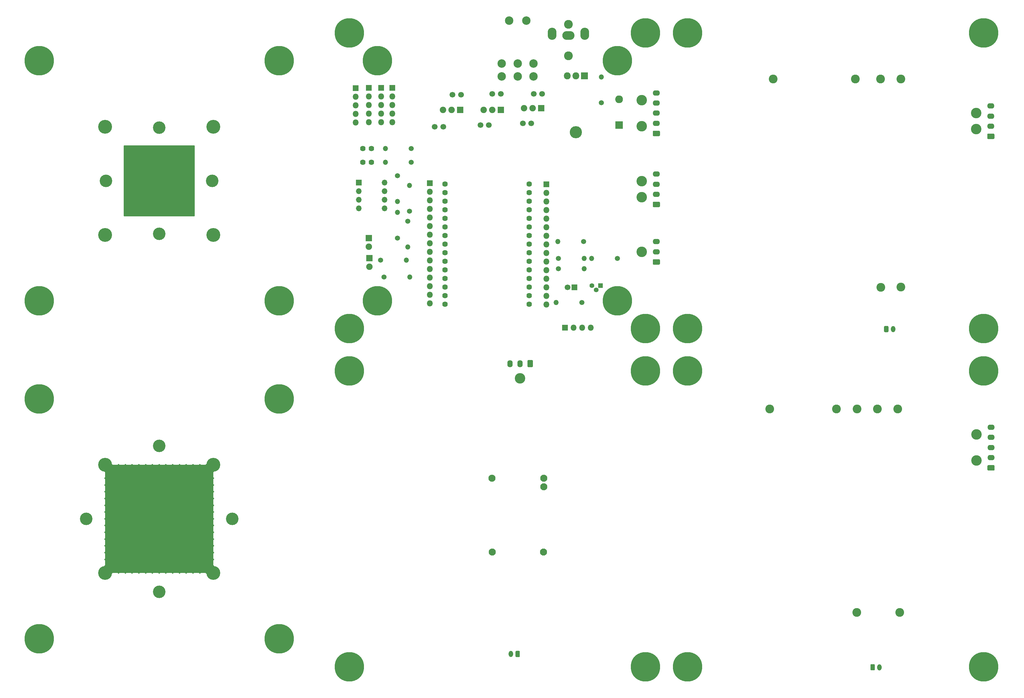
<source format=gbr>
%TF.GenerationSoftware,KiCad,Pcbnew,5.1.6-c6e7f7d~87~ubuntu19.10.1*%
%TF.CreationDate,2020-11-11T17:21:01+01:00*%
%TF.ProjectId,ariadne,61726961-646e-4652-9e6b-696361645f70,rev?*%
%TF.SameCoordinates,Original*%
%TF.FileFunction,Soldermask,Bot*%
%TF.FilePolarity,Negative*%
%FSLAX46Y46*%
G04 Gerber Fmt 4.6, Leading zero omitted, Abs format (unit mm)*
G04 Created by KiCad (PCBNEW 5.1.6-c6e7f7d~87~ubuntu19.10.1) date 2020-11-11 17:21:01*
%MOMM*%
%LPD*%
G01*
G04 APERTURE LIST*
%ADD10O,2.120000X1.600000*%
%ADD11C,3.100000*%
%ADD12C,2.600000*%
%ADD13O,1.300000X1.850000*%
%ADD14C,1.000000*%
%ADD15C,8.700000*%
%ADD16C,4.100000*%
%ADD17C,0.500000*%
%ADD18C,3.700000*%
%ADD19O,1.800000X1.800000*%
%ADD20R,1.800000X1.800000*%
%ADD21C,2.500000*%
%ADD22C,2.100000*%
%ADD23O,1.600000X2.120000*%
%ADD24C,1.624000*%
%ADD25R,1.900000X1.900000*%
%ADD26C,1.900000*%
%ADD27O,1.700000X1.700000*%
%ADD28R,1.700000X1.700000*%
%ADD29O,3.600000X2.600000*%
%ADD30O,2.600000X3.600000*%
%ADD31O,1.500000X1.500000*%
%ADD32C,1.500000*%
%ADD33R,1.400000X1.400000*%
%ADD34C,1.400000*%
%ADD35O,2.005000X2.100000*%
%ADD36R,2.005000X2.100000*%
%ADD37O,3.600000X3.600000*%
%ADD38C,1.700000*%
%ADD39O,2.300000X2.300000*%
%ADD40R,2.300000X2.300000*%
%ADD41C,0.254000*%
G04 APERTURE END LIST*
D10*
%TO.C,U2*%
X322450000Y-152920000D03*
X322450000Y-155920000D03*
X322450000Y-158920000D03*
X322450000Y-161920000D03*
G36*
G01*
X323243333Y-165720000D02*
X321656667Y-165720000D01*
G75*
G02*
X321390000Y-165453333I0J266667D01*
G01*
X321390000Y-164386667D01*
G75*
G02*
X321656667Y-164120000I266667J0D01*
G01*
X323243333Y-164120000D01*
G75*
G02*
X323510000Y-164386667I0J-266667D01*
G01*
X323510000Y-165453333D01*
G75*
G02*
X323243333Y-165720000I-266667J0D01*
G01*
G37*
D11*
X318130000Y-155070000D03*
X318130000Y-162770000D03*
%TD*%
D12*
%TO.C,U8*%
X282740000Y-207720000D03*
X295490000Y-207720000D03*
X257040000Y-147520000D03*
X276790000Y-147520000D03*
X282840000Y-147520000D03*
X288840000Y-147520000D03*
X294840000Y-147520000D03*
%TD*%
D13*
%TO.C,U4*%
X289450000Y-223920000D03*
G36*
G01*
X286800000Y-224574168D02*
X286800000Y-223265832D01*
G75*
G02*
X287070832Y-222995000I270832J0D01*
G01*
X287829168Y-222995000D01*
G75*
G02*
X288100000Y-223265832I0J-270832D01*
G01*
X288100000Y-224574168D01*
G75*
G02*
X287829168Y-224845000I-270832J0D01*
G01*
X287070832Y-224845000D01*
G75*
G02*
X286800000Y-224574168I0J270832D01*
G01*
G37*
%TD*%
D14*
%TO.C,REF\u002A\u002A*%
X322530419Y-133969581D03*
X320250000Y-133025000D03*
X317969581Y-133969581D03*
X317025000Y-136250000D03*
X317969581Y-138530419D03*
X320250000Y-139475000D03*
X322530419Y-138530419D03*
X323475000Y-136250000D03*
D15*
X320250000Y-136250000D03*
%TD*%
%TO.C,REF\u002A\u002A*%
X232750000Y-223750000D03*
D14*
X235975000Y-223750000D03*
X235030419Y-226030419D03*
X232750000Y-226975000D03*
X230469581Y-226030419D03*
X229525000Y-223750000D03*
X230469581Y-221469581D03*
X232750000Y-220525000D03*
X235030419Y-221469581D03*
%TD*%
%TO.C,REF\u002A\u002A*%
X322530419Y-221469581D03*
X320250000Y-220525000D03*
X317969581Y-221469581D03*
X317025000Y-223750000D03*
X317969581Y-226030419D03*
X320250000Y-226975000D03*
X322530419Y-226030419D03*
X323475000Y-223750000D03*
D15*
X320250000Y-223750000D03*
%TD*%
D14*
%TO.C,REF\u002A\u002A*%
X235030419Y-133969581D03*
X232750000Y-133025000D03*
X230469581Y-133969581D03*
X229525000Y-136250000D03*
X230469581Y-138530419D03*
X232750000Y-139475000D03*
X235030419Y-138530419D03*
X235975000Y-136250000D03*
D15*
X232750000Y-136250000D03*
%TD*%
D16*
%TO.C,U19*%
X92500000Y-64000000D03*
X60500000Y-64000000D03*
X60500000Y-96000000D03*
X92500000Y-96000000D03*
%TD*%
D15*
%TO.C,REF\u002A\u002A*%
X41000000Y-144500000D03*
D14*
X44225000Y-144500000D03*
X43280419Y-146780419D03*
X41000000Y-147725000D03*
X38719581Y-146780419D03*
X37775000Y-144500000D03*
X38719581Y-142219581D03*
X41000000Y-141275000D03*
X43280419Y-142219581D03*
%TD*%
D15*
%TO.C,REF\u002A\u002A*%
X41000000Y-215500000D03*
D14*
X44225000Y-215500000D03*
X43280419Y-217780419D03*
X41000000Y-218725000D03*
X38719581Y-217780419D03*
X37775000Y-215500000D03*
X38719581Y-213219581D03*
X41000000Y-212275000D03*
X43280419Y-213219581D03*
%TD*%
D16*
%TO.C,U11*%
X92500000Y-196000000D03*
X60500000Y-196000000D03*
X60500000Y-164000000D03*
X92500000Y-164000000D03*
%TD*%
D14*
%TO.C,REF\u002A\u002A*%
X114280419Y-142219581D03*
X112000000Y-141275000D03*
X109719581Y-142219581D03*
X108775000Y-144500000D03*
X109719581Y-146780419D03*
X112000000Y-147725000D03*
X114280419Y-146780419D03*
X115225000Y-144500000D03*
D15*
X112000000Y-144500000D03*
%TD*%
D17*
%TO.C,U13*%
X60500000Y-164000000D03*
X62500000Y-164000000D03*
X66500000Y-164000000D03*
X64500000Y-164000000D03*
X70500000Y-164000000D03*
X72500000Y-164000000D03*
X74500000Y-164000000D03*
X68500000Y-164000000D03*
X88500000Y-164000000D03*
X78500000Y-164000000D03*
X80500000Y-164000000D03*
X90500000Y-164000000D03*
X86500000Y-164000000D03*
X82500000Y-164000000D03*
X76500000Y-164000000D03*
X84500000Y-164000000D03*
X92500000Y-164000000D03*
X92500000Y-166000000D03*
X74500000Y-166000000D03*
X70500000Y-166000000D03*
X90500000Y-166000000D03*
X88500000Y-166000000D03*
X80500000Y-166000000D03*
X72500000Y-166000000D03*
X86500000Y-166000000D03*
X62500000Y-166000000D03*
X66500000Y-166000000D03*
X64500000Y-166000000D03*
X60500000Y-166000000D03*
X78500000Y-166000000D03*
X76500000Y-166000000D03*
X68500000Y-166000000D03*
X82500000Y-166000000D03*
X84500000Y-166000000D03*
X74500000Y-168000000D03*
X70500000Y-168000000D03*
X74500000Y-170000000D03*
X90500000Y-168000000D03*
X88500000Y-168000000D03*
X78500000Y-170000000D03*
X88500000Y-170000000D03*
X72500000Y-170000000D03*
X76500000Y-170000000D03*
X86500000Y-170000000D03*
X80500000Y-168000000D03*
X92500000Y-170000000D03*
X66500000Y-170000000D03*
X72500000Y-168000000D03*
X64500000Y-170000000D03*
X86500000Y-168000000D03*
X62500000Y-168000000D03*
X68500000Y-170000000D03*
X66500000Y-168000000D03*
X84500000Y-170000000D03*
X64500000Y-168000000D03*
X90500000Y-170000000D03*
X80500000Y-170000000D03*
X82500000Y-170000000D03*
X60500000Y-168000000D03*
X78500000Y-168000000D03*
X76500000Y-168000000D03*
X68500000Y-168000000D03*
X62500000Y-170000000D03*
X82500000Y-168000000D03*
X70500000Y-170000000D03*
X92500000Y-168000000D03*
X84500000Y-168000000D03*
X60500000Y-170000000D03*
X74500000Y-172000000D03*
X70500000Y-172000000D03*
X74500000Y-174000000D03*
X90500000Y-172000000D03*
X72500000Y-178000000D03*
X88500000Y-172000000D03*
X92500000Y-176000000D03*
X76500000Y-176000000D03*
X80500000Y-178000000D03*
X78500000Y-174000000D03*
X64500000Y-178000000D03*
X74500000Y-176000000D03*
X70500000Y-176000000D03*
X68500000Y-176000000D03*
X80500000Y-176000000D03*
X72500000Y-176000000D03*
X88500000Y-174000000D03*
X84500000Y-176000000D03*
X76500000Y-178000000D03*
X72500000Y-174000000D03*
X66500000Y-178000000D03*
X66500000Y-176000000D03*
X76500000Y-174000000D03*
X82500000Y-176000000D03*
X68500000Y-178000000D03*
X86500000Y-174000000D03*
X80500000Y-172000000D03*
X92500000Y-174000000D03*
X64500000Y-176000000D03*
X62500000Y-178000000D03*
X66500000Y-174000000D03*
X72500000Y-172000000D03*
X64500000Y-174000000D03*
X86500000Y-172000000D03*
X88500000Y-176000000D03*
X62500000Y-172000000D03*
X78500000Y-176000000D03*
X60500000Y-178000000D03*
X68500000Y-174000000D03*
X66500000Y-172000000D03*
X84500000Y-174000000D03*
X64500000Y-172000000D03*
X74500000Y-178000000D03*
X92500000Y-178000000D03*
X90500000Y-174000000D03*
X80500000Y-174000000D03*
X82500000Y-174000000D03*
X62500000Y-176000000D03*
X60500000Y-176000000D03*
X88500000Y-178000000D03*
X86500000Y-178000000D03*
X60500000Y-172000000D03*
X78500000Y-172000000D03*
X76500000Y-172000000D03*
X68500000Y-172000000D03*
X90500000Y-178000000D03*
X86500000Y-176000000D03*
X62500000Y-174000000D03*
X82500000Y-172000000D03*
X82500000Y-178000000D03*
X70500000Y-174000000D03*
X92500000Y-172000000D03*
X70500000Y-178000000D03*
X84500000Y-178000000D03*
X84500000Y-172000000D03*
X60500000Y-174000000D03*
X90500000Y-176000000D03*
X78500000Y-178000000D03*
X74500000Y-180000000D03*
X86500000Y-188000000D03*
X92500000Y-192000000D03*
X74500000Y-188000000D03*
X70500000Y-180000000D03*
X74500000Y-182000000D03*
X70500000Y-192000000D03*
X88500000Y-188000000D03*
X90500000Y-180000000D03*
X68500000Y-194000000D03*
X72500000Y-186000000D03*
X88500000Y-180000000D03*
X92500000Y-184000000D03*
X64500000Y-194000000D03*
X80500000Y-192000000D03*
X76500000Y-184000000D03*
X80500000Y-186000000D03*
X84500000Y-188000000D03*
X78500000Y-182000000D03*
X64500000Y-186000000D03*
X78500000Y-190000000D03*
X66500000Y-188000000D03*
X72500000Y-190000000D03*
X78500000Y-194000000D03*
X72500000Y-192000000D03*
X90500000Y-194000000D03*
X78500000Y-188000000D03*
X72500000Y-188000000D03*
X74500000Y-184000000D03*
X92500000Y-188000000D03*
X90500000Y-192000000D03*
X80500000Y-194000000D03*
X74500000Y-194000000D03*
X70500000Y-184000000D03*
X68500000Y-184000000D03*
X80500000Y-184000000D03*
X72500000Y-184000000D03*
X88500000Y-182000000D03*
X84500000Y-184000000D03*
X92500000Y-190000000D03*
X76500000Y-186000000D03*
X66500000Y-190000000D03*
X72500000Y-182000000D03*
X86500000Y-190000000D03*
X66500000Y-186000000D03*
X66500000Y-184000000D03*
X76500000Y-182000000D03*
X82500000Y-184000000D03*
X68500000Y-186000000D03*
X80500000Y-188000000D03*
X64500000Y-190000000D03*
X86500000Y-182000000D03*
X80500000Y-180000000D03*
X60500000Y-194000000D03*
X92500000Y-182000000D03*
X64500000Y-184000000D03*
X62500000Y-186000000D03*
X66500000Y-182000000D03*
X72500000Y-180000000D03*
X86500000Y-194000000D03*
X78500000Y-192000000D03*
X64500000Y-182000000D03*
X86500000Y-180000000D03*
X68500000Y-192000000D03*
X88500000Y-184000000D03*
X80500000Y-190000000D03*
X62500000Y-180000000D03*
X62500000Y-190000000D03*
X78500000Y-184000000D03*
X60500000Y-186000000D03*
X60500000Y-188000000D03*
X68500000Y-182000000D03*
X66500000Y-180000000D03*
X84500000Y-182000000D03*
X72500000Y-194000000D03*
X90500000Y-190000000D03*
X88500000Y-194000000D03*
X64500000Y-180000000D03*
X62500000Y-192000000D03*
X90500000Y-188000000D03*
X74500000Y-186000000D03*
X76500000Y-190000000D03*
X92500000Y-186000000D03*
X90500000Y-182000000D03*
X88500000Y-190000000D03*
X66500000Y-192000000D03*
X76500000Y-194000000D03*
X80500000Y-182000000D03*
X84500000Y-194000000D03*
X82500000Y-182000000D03*
X62500000Y-184000000D03*
X60500000Y-184000000D03*
X88500000Y-186000000D03*
X86500000Y-186000000D03*
X60500000Y-180000000D03*
X78500000Y-180000000D03*
X76500000Y-180000000D03*
X60500000Y-192000000D03*
X60500000Y-190000000D03*
X76500000Y-188000000D03*
X92500000Y-194000000D03*
X64500000Y-192000000D03*
X68500000Y-180000000D03*
X90500000Y-186000000D03*
X64500000Y-188000000D03*
X88500000Y-192000000D03*
X86500000Y-184000000D03*
X86500000Y-192000000D03*
X68500000Y-188000000D03*
X62500000Y-182000000D03*
X82500000Y-188000000D03*
X70500000Y-194000000D03*
X76500000Y-192000000D03*
X70500000Y-190000000D03*
X82500000Y-180000000D03*
X66500000Y-194000000D03*
X62500000Y-194000000D03*
X74500000Y-192000000D03*
X68500000Y-190000000D03*
X82500000Y-186000000D03*
X70500000Y-182000000D03*
X82500000Y-190000000D03*
X84500000Y-192000000D03*
X92500000Y-180000000D03*
X62500000Y-188000000D03*
X84500000Y-190000000D03*
X82500000Y-194000000D03*
X70500000Y-186000000D03*
X84500000Y-186000000D03*
X84500000Y-180000000D03*
X60500000Y-182000000D03*
X90500000Y-184000000D03*
X70500000Y-188000000D03*
X74500000Y-190000000D03*
X82500000Y-192000000D03*
X78500000Y-186000000D03*
X64500000Y-196000000D03*
X70500000Y-196000000D03*
X86500000Y-196000000D03*
X84500000Y-196000000D03*
X74500000Y-196000000D03*
X82500000Y-196000000D03*
X76500000Y-196000000D03*
X72500000Y-196000000D03*
X92500000Y-196000000D03*
X60500000Y-196000000D03*
X68500000Y-196000000D03*
X80500000Y-196000000D03*
X78500000Y-196000000D03*
X88500000Y-196000000D03*
X66500000Y-196000000D03*
X62500000Y-196000000D03*
X90500000Y-196000000D03*
D18*
X76500000Y-158400000D03*
X76500000Y-201600000D03*
X98100000Y-180000000D03*
X54900000Y-180000000D03*
%TD*%
D14*
%TO.C,REF\u002A\u002A*%
X114280419Y-213219581D03*
X112000000Y-212275000D03*
X109719581Y-213219581D03*
X108775000Y-215500000D03*
X109719581Y-217780419D03*
X112000000Y-218725000D03*
X114280419Y-217780419D03*
X115225000Y-215500000D03*
D15*
X112000000Y-215500000D03*
%TD*%
%TO.C,REF\u002A\u002A*%
X132750000Y-136250000D03*
D14*
X135975000Y-136250000D03*
X135030419Y-138530419D03*
X132750000Y-139475000D03*
X130469581Y-138530419D03*
X129525000Y-136250000D03*
X130469581Y-133969581D03*
X132750000Y-133025000D03*
X135030419Y-133969581D03*
%TD*%
D15*
%TO.C,REF\u002A\u002A*%
X220250000Y-223750000D03*
D14*
X223475000Y-223750000D03*
X222530419Y-226030419D03*
X220250000Y-226975000D03*
X217969581Y-226030419D03*
X217025000Y-223750000D03*
X217969581Y-221469581D03*
X220250000Y-220525000D03*
X222530419Y-221469581D03*
%TD*%
%TO.C,REF\u002A\u002A*%
X135030419Y-221469581D03*
X132750000Y-220525000D03*
X130469581Y-221469581D03*
X129525000Y-223750000D03*
X130469581Y-226030419D03*
X132750000Y-226975000D03*
X135030419Y-226030419D03*
X135975000Y-223750000D03*
D15*
X132750000Y-223750000D03*
%TD*%
%TO.C,REF\u002A\u002A*%
X220250000Y-136250000D03*
D14*
X223475000Y-136250000D03*
X222530419Y-138530419D03*
X220250000Y-139475000D03*
X217969581Y-138530419D03*
X217025000Y-136250000D03*
X217969581Y-133969581D03*
X220250000Y-133025000D03*
X222530419Y-133969581D03*
%TD*%
D15*
%TO.C,REF\u002A\u002A*%
X320250000Y-123750000D03*
D14*
X323475000Y-123750000D03*
X322530419Y-126030419D03*
X320250000Y-126975000D03*
X317969581Y-126030419D03*
X317025000Y-123750000D03*
X317969581Y-121469581D03*
X320250000Y-120525000D03*
X322530419Y-121469581D03*
%TD*%
D15*
%TO.C,REF\u002A\u002A*%
X232750000Y-36250000D03*
D14*
X235975000Y-36250000D03*
X235030419Y-38530419D03*
X232750000Y-39475000D03*
X230469581Y-38530419D03*
X229525000Y-36250000D03*
X230469581Y-33969581D03*
X232750000Y-33025000D03*
X235030419Y-33969581D03*
%TD*%
%TO.C,REF\u002A\u002A*%
X235030419Y-121469581D03*
X232750000Y-120525000D03*
X230469581Y-121469581D03*
X229525000Y-123750000D03*
X230469581Y-126030419D03*
X232750000Y-126975000D03*
X235030419Y-126030419D03*
X235975000Y-123750000D03*
D15*
X232750000Y-123750000D03*
%TD*%
%TO.C,REF\u002A\u002A*%
X320250000Y-36250000D03*
D14*
X323475000Y-36250000D03*
X322530419Y-38530419D03*
X320250000Y-39475000D03*
X317969581Y-38530419D03*
X317025000Y-36250000D03*
X317969581Y-33969581D03*
X320250000Y-33025000D03*
X322530419Y-33969581D03*
%TD*%
D15*
%TO.C,REF\u002A\u002A*%
X112000000Y-115500000D03*
D14*
X115225000Y-115500000D03*
X114280419Y-117780419D03*
X112000000Y-118725000D03*
X109719581Y-117780419D03*
X108775000Y-115500000D03*
X109719581Y-113219581D03*
X112000000Y-112275000D03*
X114280419Y-113219581D03*
%TD*%
D15*
%TO.C,REF\u002A\u002A*%
X112000000Y-44500000D03*
D14*
X115225000Y-44500000D03*
X114280419Y-46780419D03*
X112000000Y-47725000D03*
X109719581Y-46780419D03*
X108775000Y-44500000D03*
X109719581Y-42219581D03*
X112000000Y-41275000D03*
X114280419Y-42219581D03*
%TD*%
%TO.C,REF\u002A\u002A*%
X43280419Y-113219581D03*
X41000000Y-112275000D03*
X38719581Y-113219581D03*
X37775000Y-115500000D03*
X38719581Y-117780419D03*
X41000000Y-118725000D03*
X43280419Y-117780419D03*
X44225000Y-115500000D03*
D15*
X41000000Y-115500000D03*
%TD*%
D14*
%TO.C,REF\u002A\u002A*%
X43280419Y-42219581D03*
X41000000Y-41275000D03*
X38719581Y-42219581D03*
X37775000Y-44500000D03*
X38719581Y-46780419D03*
X41000000Y-47725000D03*
X43280419Y-46780419D03*
X44225000Y-44500000D03*
D15*
X41000000Y-44500000D03*
%TD*%
D14*
%TO.C,REF\u002A\u002A*%
X214280419Y-113219581D03*
X212000000Y-112275000D03*
X209719581Y-113219581D03*
X208775000Y-115500000D03*
X209719581Y-117780419D03*
X212000000Y-118725000D03*
X214280419Y-117780419D03*
X215225000Y-115500000D03*
D15*
X212000000Y-115500000D03*
%TD*%
%TO.C,REF\u002A\u002A*%
X141000000Y-115500000D03*
D14*
X144225000Y-115500000D03*
X143280419Y-117780419D03*
X141000000Y-118725000D03*
X138719581Y-117780419D03*
X137775000Y-115500000D03*
X138719581Y-113219581D03*
X141000000Y-112275000D03*
X143280419Y-113219581D03*
%TD*%
%TO.C,REF\u002A\u002A*%
X214280419Y-42219581D03*
X212000000Y-41275000D03*
X209719581Y-42219581D03*
X208775000Y-44500000D03*
X209719581Y-46780419D03*
X212000000Y-47725000D03*
X214280419Y-46780419D03*
X215225000Y-44500000D03*
D15*
X212000000Y-44500000D03*
%TD*%
%TO.C,REF\u002A\u002A*%
X141000000Y-44500000D03*
D14*
X144225000Y-44500000D03*
X143280419Y-46780419D03*
X141000000Y-47725000D03*
X138719581Y-46780419D03*
X137775000Y-44500000D03*
X138719581Y-42219581D03*
X141000000Y-41275000D03*
X143280419Y-42219581D03*
%TD*%
%TO.C,REF\u002A\u002A*%
X222530419Y-121469581D03*
X220250000Y-120525000D03*
X217969581Y-121469581D03*
X217025000Y-123750000D03*
X217969581Y-126030419D03*
X220250000Y-126975000D03*
X222530419Y-126030419D03*
X223475000Y-123750000D03*
D15*
X220250000Y-123750000D03*
%TD*%
%TO.C,REF\u002A\u002A*%
X132750000Y-123750000D03*
D14*
X135975000Y-123750000D03*
X135030419Y-126030419D03*
X132750000Y-126975000D03*
X130469581Y-126030419D03*
X129525000Y-123750000D03*
X130469581Y-121469581D03*
X132750000Y-120525000D03*
X135030419Y-121469581D03*
%TD*%
%TO.C,REF\u002A\u002A*%
X222530419Y-33969581D03*
X220250000Y-33025000D03*
X217969581Y-33969581D03*
X217025000Y-36250000D03*
X217969581Y-38530419D03*
X220250000Y-39475000D03*
X222530419Y-38530419D03*
X223475000Y-36250000D03*
D15*
X220250000Y-36250000D03*
%TD*%
D14*
%TO.C,REF\u002A\u002A*%
X135030419Y-33969581D03*
X132750000Y-33025000D03*
X130469581Y-33969581D03*
X129525000Y-36250000D03*
X130469581Y-38530419D03*
X132750000Y-39475000D03*
X135030419Y-38530419D03*
X135975000Y-36250000D03*
D15*
X132750000Y-36250000D03*
%TD*%
D19*
%TO.C,J4*%
X134600000Y-62720000D03*
X134600000Y-60180000D03*
X134600000Y-57640000D03*
X134600000Y-55100000D03*
D20*
X134600000Y-52560000D03*
%TD*%
D19*
%TO.C,J3*%
X145400000Y-62660000D03*
X145400000Y-60120000D03*
X145400000Y-57580000D03*
X145400000Y-55040000D03*
D20*
X145400000Y-52500000D03*
%TD*%
D19*
%TO.C,J2*%
X142100000Y-62660000D03*
X142100000Y-60120000D03*
X142100000Y-57580000D03*
X142100000Y-55040000D03*
D20*
X142100000Y-52500000D03*
%TD*%
D19*
%TO.C,J1*%
X138500000Y-62680000D03*
X138500000Y-60140000D03*
X138500000Y-57600000D03*
X138500000Y-55060000D03*
D20*
X138500000Y-52520000D03*
%TD*%
D19*
%TO.C,U14*%
X204120000Y-123500000D03*
X201580000Y-123500000D03*
X199040000Y-123500000D03*
D20*
X196500000Y-123500000D03*
%TD*%
D21*
%TO.C,U26*%
X182500000Y-49160000D03*
X187200000Y-49160000D03*
X177800000Y-49160000D03*
X187200000Y-45320000D03*
X177800000Y-45340000D03*
X182500000Y-45350000D03*
X185040000Y-32650000D03*
X179960000Y-32650000D03*
%TD*%
D12*
%TO.C,U29*%
X295790000Y-111470000D03*
X289890000Y-111480000D03*
X295790000Y-49880000D03*
X289790000Y-49880000D03*
X282340000Y-49880000D03*
X258040000Y-49880000D03*
%TD*%
D13*
%TO.C,U28*%
X293490000Y-123870000D03*
G36*
G01*
X290840000Y-124524168D02*
X290840000Y-123215832D01*
G75*
G02*
X291110832Y-122945000I270832J0D01*
G01*
X291869168Y-122945000D01*
G75*
G02*
X292140000Y-123215832I0J-270832D01*
G01*
X292140000Y-124524168D01*
G75*
G02*
X291869168Y-124795000I-270832J0D01*
G01*
X291110832Y-124795000D01*
G75*
G02*
X290840000Y-124524168I0J270832D01*
G01*
G37*
%TD*%
D10*
%TO.C,U27*%
X223500000Y-78000000D03*
X223500000Y-81000000D03*
X223500000Y-84000000D03*
G36*
G01*
X224293333Y-87800000D02*
X222706667Y-87800000D01*
G75*
G02*
X222440000Y-87533333I0J266667D01*
G01*
X222440000Y-86466667D01*
G75*
G02*
X222706667Y-86200000I266667J0D01*
G01*
X224293333Y-86200000D01*
G75*
G02*
X224560000Y-86466667I0J-266667D01*
G01*
X224560000Y-87533333D01*
G75*
G02*
X224293333Y-87800000I-266667J0D01*
G01*
G37*
D11*
X219180000Y-80150000D03*
X219180000Y-84850000D03*
%TD*%
D22*
%TO.C,U24*%
X190175000Y-189800000D03*
X174950000Y-189825000D03*
X190225000Y-170500000D03*
X174925000Y-168000000D03*
X190225000Y-168000000D03*
%TD*%
D13*
%TO.C,U23*%
X180500000Y-220000000D03*
G36*
G01*
X183150000Y-219345832D02*
X183150000Y-220654168D01*
G75*
G02*
X182879168Y-220925000I-270832J0D01*
G01*
X182120832Y-220925000D01*
G75*
G02*
X181850000Y-220654168I0J270832D01*
G01*
X181850000Y-219345832D01*
G75*
G02*
X182120832Y-219075000I270832J0D01*
G01*
X182879168Y-219075000D01*
G75*
G02*
X183150000Y-219345832I0J-270832D01*
G01*
G37*
%TD*%
D10*
%TO.C,U20*%
X223500000Y-98000000D03*
X223500000Y-101000000D03*
G36*
G01*
X224293333Y-104800000D02*
X222706667Y-104800000D01*
G75*
G02*
X222440000Y-104533333I0J266667D01*
G01*
X222440000Y-103466667D01*
G75*
G02*
X222706667Y-103200000I266667J0D01*
G01*
X224293333Y-103200000D01*
G75*
G02*
X224560000Y-103466667I0J-266667D01*
G01*
X224560000Y-104533333D01*
G75*
G02*
X224293333Y-104800000I-266667J0D01*
G01*
G37*
D11*
X219180000Y-101000000D03*
%TD*%
D23*
%TO.C,U18*%
X180200000Y-134100000D03*
X183200000Y-134100000D03*
G36*
G01*
X187000000Y-133306667D02*
X187000000Y-134893333D01*
G75*
G02*
X186733333Y-135160000I-266667J0D01*
G01*
X185666667Y-135160000D01*
G75*
G02*
X185400000Y-134893333I0J266667D01*
G01*
X185400000Y-133306667D01*
G75*
G02*
X185666667Y-133040000I266667J0D01*
G01*
X186733333Y-133040000D01*
G75*
G02*
X187000000Y-133306667I0J-266667D01*
G01*
G37*
D11*
X183200000Y-138420000D03*
%TD*%
D19*
%TO.C,U17*%
X191000000Y-116560000D03*
X191000000Y-114020000D03*
X191000000Y-111480000D03*
X191000000Y-108940000D03*
X191000000Y-106400000D03*
X191000000Y-103860000D03*
X191000000Y-101320000D03*
X191000000Y-98780000D03*
X191000000Y-96240000D03*
X191000000Y-93700000D03*
X191000000Y-91160000D03*
X191000000Y-88620000D03*
X191000000Y-86080000D03*
X191000000Y-83540000D03*
D20*
X191000000Y-81000000D03*
%TD*%
D24*
%TO.C,U16*%
X185946000Y-80966000D03*
X185946000Y-83506000D03*
X185946000Y-86046000D03*
X185946000Y-88586000D03*
X185946000Y-91126000D03*
X185946000Y-93666000D03*
X185946000Y-96206000D03*
X185946000Y-98746000D03*
X185946000Y-101286000D03*
X185946000Y-103826000D03*
X185946000Y-106366000D03*
X185946000Y-108906000D03*
X185946000Y-111446000D03*
X185946000Y-113986000D03*
X185946000Y-116526000D03*
X161054000Y-116526000D03*
X161054000Y-113986000D03*
X161054000Y-113986000D03*
X161054000Y-111446000D03*
X161054000Y-108906000D03*
X161054000Y-106366000D03*
X161054000Y-103826000D03*
X161054000Y-101286000D03*
X161054000Y-98746000D03*
X161054000Y-96206000D03*
X161054000Y-93666000D03*
X161054000Y-91126000D03*
X161054000Y-88586000D03*
X161054000Y-86046000D03*
X161054000Y-83506000D03*
X161054000Y-80966000D03*
%TD*%
D18*
%TO.C,U15*%
X60800000Y-80000000D03*
X92200000Y-80000000D03*
X76500000Y-95700000D03*
X76500000Y-64300000D03*
D17*
X78500000Y-86000000D03*
X74500000Y-90000000D03*
X70500000Y-88000000D03*
X84500000Y-80000000D03*
X84500000Y-86000000D03*
X70500000Y-86000000D03*
X84500000Y-90000000D03*
X82500000Y-90000000D03*
X70500000Y-82000000D03*
X82500000Y-86000000D03*
X68500000Y-90000000D03*
X82500000Y-80000000D03*
X70500000Y-90000000D03*
X82500000Y-88000000D03*
X68500000Y-88000000D03*
X86500000Y-84000000D03*
X68500000Y-80000000D03*
X76500000Y-88000000D03*
X76500000Y-80000000D03*
X78500000Y-80000000D03*
X86500000Y-86000000D03*
X82500000Y-82000000D03*
X80500000Y-82000000D03*
X76500000Y-90000000D03*
X74500000Y-86000000D03*
X84500000Y-82000000D03*
X66500000Y-80000000D03*
X68500000Y-82000000D03*
X78500000Y-84000000D03*
X80500000Y-90000000D03*
X86500000Y-80000000D03*
X72500000Y-80000000D03*
X66500000Y-82000000D03*
X80500000Y-80000000D03*
X86500000Y-82000000D03*
X80500000Y-88000000D03*
X68500000Y-86000000D03*
X82500000Y-84000000D03*
X76500000Y-82000000D03*
X66500000Y-84000000D03*
X66500000Y-86000000D03*
X86500000Y-90000000D03*
X72500000Y-82000000D03*
X66500000Y-90000000D03*
X76500000Y-86000000D03*
X84500000Y-84000000D03*
X72500000Y-84000000D03*
X80500000Y-84000000D03*
X68500000Y-84000000D03*
X70500000Y-84000000D03*
X74500000Y-84000000D03*
X72500000Y-88000000D03*
X78500000Y-88000000D03*
X72500000Y-90000000D03*
X66500000Y-88000000D03*
X78500000Y-90000000D03*
X78500000Y-82000000D03*
X84500000Y-88000000D03*
X80500000Y-86000000D03*
X76500000Y-84000000D03*
X72500000Y-86000000D03*
X74500000Y-82000000D03*
X70500000Y-80000000D03*
X74500000Y-88000000D03*
X86500000Y-88000000D03*
X74500000Y-80000000D03*
X78500000Y-78000000D03*
X84500000Y-72000000D03*
X84500000Y-78000000D03*
X70500000Y-78000000D03*
X70500000Y-74000000D03*
X82500000Y-78000000D03*
X82500000Y-72000000D03*
X86500000Y-76000000D03*
X68500000Y-72000000D03*
X76500000Y-72000000D03*
X78500000Y-72000000D03*
X86500000Y-78000000D03*
X82500000Y-74000000D03*
X80500000Y-74000000D03*
X74500000Y-78000000D03*
X84500000Y-74000000D03*
X66500000Y-72000000D03*
X68500000Y-74000000D03*
X78500000Y-76000000D03*
X86500000Y-72000000D03*
X72500000Y-72000000D03*
X66500000Y-74000000D03*
X80500000Y-72000000D03*
X86500000Y-74000000D03*
X68500000Y-78000000D03*
X82500000Y-76000000D03*
X76500000Y-74000000D03*
X66500000Y-76000000D03*
X66500000Y-78000000D03*
X72500000Y-74000000D03*
X76500000Y-78000000D03*
X84500000Y-76000000D03*
X72500000Y-76000000D03*
X80500000Y-76000000D03*
X68500000Y-76000000D03*
X70500000Y-76000000D03*
X74500000Y-76000000D03*
X78500000Y-74000000D03*
X80500000Y-78000000D03*
X76500000Y-76000000D03*
X72500000Y-78000000D03*
X74500000Y-74000000D03*
X70500000Y-72000000D03*
X74500000Y-72000000D03*
X70500000Y-70000000D03*
X82500000Y-70000000D03*
X80500000Y-70000000D03*
X84500000Y-70000000D03*
X68500000Y-70000000D03*
X66500000Y-70000000D03*
X86500000Y-70000000D03*
X76500000Y-70000000D03*
X72500000Y-70000000D03*
X78500000Y-70000000D03*
X74500000Y-70000000D03*
%TD*%
D19*
%TO.C,U12*%
X156500000Y-116240000D03*
X156500000Y-113700000D03*
X156500000Y-111160000D03*
X156500000Y-108620000D03*
X156500000Y-106080000D03*
X156500000Y-103540000D03*
X156500000Y-101000000D03*
X156500000Y-98460000D03*
X156500000Y-95920000D03*
X156500000Y-93380000D03*
X156500000Y-90840000D03*
X156500000Y-88300000D03*
X156500000Y-85760000D03*
X156500000Y-83220000D03*
D20*
X156500000Y-80680000D03*
%TD*%
D25*
%TO.C,U10*%
X165500000Y-59000000D03*
D26*
X162960000Y-59000000D03*
X160420000Y-59000000D03*
%TD*%
D27*
%TO.C,U9*%
X143120000Y-80500000D03*
X135500000Y-88120000D03*
X143120000Y-83040000D03*
X135500000Y-85580000D03*
X143120000Y-85580000D03*
X135500000Y-83040000D03*
X143120000Y-88120000D03*
D28*
X135500000Y-80500000D03*
%TD*%
D25*
%TO.C,U6*%
X189500000Y-58500000D03*
D26*
X186960000Y-58500000D03*
X184420000Y-58500000D03*
%TD*%
D25*
%TO.C,U5*%
X177500000Y-59000000D03*
D26*
X174960000Y-59000000D03*
X172420000Y-59000000D03*
%TD*%
D10*
%TO.C,U3*%
X223500000Y-54000000D03*
X223500000Y-57000000D03*
X223500000Y-60000000D03*
X223500000Y-63000000D03*
G36*
G01*
X224293333Y-66800000D02*
X222706667Y-66800000D01*
G75*
G02*
X222440000Y-66533333I0J266667D01*
G01*
X222440000Y-65466667D01*
G75*
G02*
X222706667Y-65200000I266667J0D01*
G01*
X224293333Y-65200000D01*
G75*
G02*
X224560000Y-65466667I0J-266667D01*
G01*
X224560000Y-66533333D01*
G75*
G02*
X224293333Y-66800000I-266667J0D01*
G01*
G37*
D11*
X219180000Y-56150000D03*
X219180000Y-63850000D03*
%TD*%
D29*
%TO.C,U1*%
X197500000Y-37000000D03*
D30*
X202300000Y-36500000D03*
X192700000Y-36500000D03*
D12*
X197500000Y-43000000D03*
X197500000Y-33750000D03*
%TD*%
D24*
%TO.C,SW2*%
X139270000Y-74500000D03*
X136730000Y-74500000D03*
%TD*%
%TO.C,SW1*%
X139270000Y-70500000D03*
X136730000Y-70500000D03*
%TD*%
D31*
%TO.C,R14*%
X150620000Y-108500000D03*
D32*
X143000000Y-108500000D03*
%TD*%
D31*
%TO.C,R13*%
X149620000Y-103500000D03*
D32*
X142000000Y-103500000D03*
%TD*%
D31*
%TO.C,R12*%
X204380000Y-103000000D03*
D32*
X212000000Y-103000000D03*
%TD*%
D31*
%TO.C,R11*%
X143380000Y-74500000D03*
D32*
X151000000Y-74500000D03*
%TD*%
D31*
%TO.C,R10*%
X143380000Y-70500000D03*
D32*
X151000000Y-70500000D03*
%TD*%
D31*
%TO.C,R9*%
X194380000Y-98000000D03*
D32*
X202000000Y-98000000D03*
%TD*%
D31*
%TO.C,R8*%
X202120000Y-103000000D03*
D32*
X194500000Y-103000000D03*
%TD*%
D31*
%TO.C,R7*%
X202120000Y-106000000D03*
D32*
X194500000Y-106000000D03*
%TD*%
D31*
%TO.C,R6*%
X193880000Y-116000000D03*
D32*
X201500000Y-116000000D03*
%TD*%
D31*
%TO.C,R5*%
X147000000Y-86120000D03*
D32*
X147000000Y-78500000D03*
%TD*%
D31*
%TO.C,R4*%
X150000000Y-99620000D03*
D32*
X150000000Y-92000000D03*
%TD*%
D31*
%TO.C,R3*%
X150500000Y-81380000D03*
D32*
X150500000Y-89000000D03*
%TD*%
D31*
%TO.C,R2*%
X147000000Y-89380000D03*
D32*
X147000000Y-97000000D03*
%TD*%
D31*
%TO.C,R1*%
X207210000Y-49260000D03*
D32*
X207210000Y-56880000D03*
%TD*%
D33*
%TO.C,Q2*%
X207000000Y-111000000D03*
D34*
X204460000Y-111000000D03*
X205730000Y-112270000D03*
%TD*%
D35*
%TO.C,Q1*%
X197130000Y-48940000D03*
X199670000Y-48940000D03*
D36*
X202210000Y-48940000D03*
D37*
X199670000Y-65600000D03*
%TD*%
D38*
%TO.C,Murata-Ceramic-Capacitor-50v1-22uF6*%
X160500000Y-64000000D03*
X158000000Y-64000000D03*
%TD*%
%TO.C,Murata-Ceramic-Capacitor-50v1-22uF5*%
X175000000Y-54300000D03*
X177500000Y-54300000D03*
%TD*%
%TO.C,Murata-Ceramic-Capacitor-50v1-22uF4*%
X186500000Y-63000000D03*
X184000000Y-63000000D03*
%TD*%
%TO.C,Murata-Ceramic-Capacitor-50v1-22uF3*%
X174000000Y-63500000D03*
X171500000Y-63500000D03*
%TD*%
%TO.C,Murata-Ceramic-Capacitor-50v1-22uF2*%
X187250000Y-54250000D03*
X189750000Y-54250000D03*
%TD*%
%TO.C,Murata-Ceramic-Capacitor-50v1-22uF1*%
X163250000Y-54500000D03*
X165750000Y-54500000D03*
%TD*%
D26*
%TO.C,D3*%
X138700000Y-105440000D03*
D25*
X138700000Y-102900000D03*
%TD*%
D26*
%TO.C,D2*%
X138500000Y-99540000D03*
D25*
X138500000Y-97000000D03*
%TD*%
D39*
%TO.C,D1*%
X212500000Y-55880000D03*
D40*
X212500000Y-63500000D03*
%TD*%
D38*
%TO.C,C1*%
X197250000Y-111520000D03*
D28*
X199250000Y-111520000D03*
%TD*%
D11*
%TO.C,U7*%
X318070000Y-64700000D03*
X318070000Y-60000000D03*
G36*
G01*
X323183333Y-67650000D02*
X321596667Y-67650000D01*
G75*
G02*
X321330000Y-67383333I0J266667D01*
G01*
X321330000Y-66316667D01*
G75*
G02*
X321596667Y-66050000I266667J0D01*
G01*
X323183333Y-66050000D01*
G75*
G02*
X323450000Y-66316667I0J-266667D01*
G01*
X323450000Y-67383333D01*
G75*
G02*
X323183333Y-67650000I-266667J0D01*
G01*
G37*
D10*
X322390000Y-63850000D03*
X322390000Y-60850000D03*
X322390000Y-57850000D03*
%TD*%
D41*
G36*
X92373000Y-195873000D02*
G01*
X60627000Y-195873000D01*
X60627000Y-164127000D01*
X92373000Y-164127000D01*
X92373000Y-195873000D01*
G37*
X92373000Y-195873000D02*
X60627000Y-195873000D01*
X60627000Y-164127000D01*
X92373000Y-164127000D01*
X92373000Y-195873000D01*
G36*
X86873000Y-90373000D02*
G01*
X66127000Y-90373000D01*
X66127000Y-69627000D01*
X86873000Y-69627000D01*
X86873000Y-90373000D01*
G37*
X86873000Y-90373000D02*
X66127000Y-90373000D01*
X66127000Y-69627000D01*
X86873000Y-69627000D01*
X86873000Y-90373000D01*
M02*

</source>
